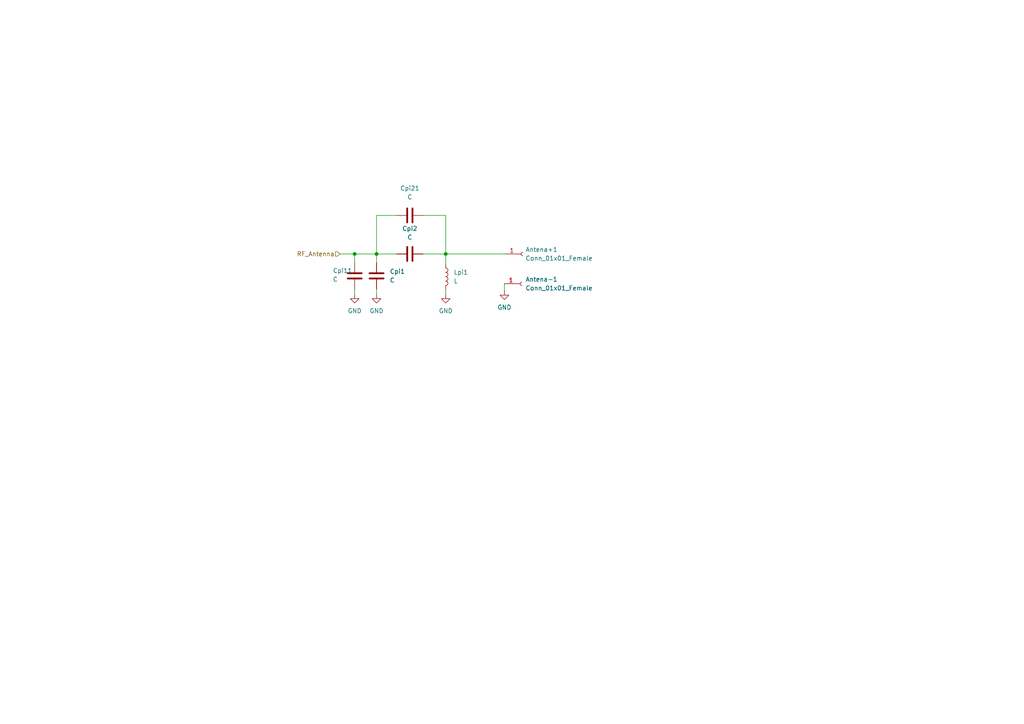
<source format=kicad_sch>
(kicad_sch (version 20211123) (generator eeschema)
  (paper "A4")
  (lib_symbols
    (symbol "Connector:Conn_01x01_Female" (pin_names (offset 1.016) hide)
      (property "Reference" "J" (at 0 2.54 0))
      (property "Value" "Conn_01x01_Female" (at 0 -2.54 0))
      (symbol "Conn_01x01_Female_1_1"
        (polyline (pts (xy -1.27 0) (xy -0.508 0)) (stroke (width 0.1524)))
        (arc (start 0 0.508) (mid -0.508 0) (end 0 -0.508) (stroke (width 0.1524)))
        (pin passive line (at -5.08 0 0) (length 3.81) (name "Pin_1") (number "1"))
      )
    )
    (symbol "Device:C" (pin_numbers hide) (pin_names (offset 0.254))
      (property "Reference" "C" (at 0.635 2.54 0))
      (property "Value" "C" (at 0.635 -2.54 0))
      (symbol "C_0_1"
        (polyline (pts (xy -2.032 -0.762) (xy 2.032 -0.762)) (stroke (width 0.508)))
        (polyline (pts (xy -2.032 0.762) (xy 2.032 0.762)) (stroke (width 0.508)))
      )
      (symbol "C_1_1"
        (pin passive line (at 0 3.81 270) (length 2.794) (name "~") (number "1"))
        (pin passive line (at 0 -3.81 90) (length 2.794) (name "~") (number "2"))
      )
    )
    (symbol "Device:L" (pin_numbers hide) (pin_names (offset 1.016) hide)
      (property "Reference" "L" (at -1.27 0 90))
      (property "Value" "L" (at 1.905 0 90))
      (symbol "L_0_1"
        (arc (start 0 -2.54) (mid 0.635 -1.905) (end 0 -1.27))
        (arc (start 0 -1.27) (mid 0.635 -0.635) (end 0 0))
        (arc (start 0 0) (mid 0.635 0.635) (end 0 1.27))
        (arc (start 0 1.27) (mid 0.635 1.905) (end 0 2.54))
      )
      (symbol "L_1_1"
        (pin passive line (at 0 3.81 270) (length 1.27) (name "1") (number "1"))
        (pin passive line (at 0 -3.81 90) (length 1.27) (name "2") (number "2"))
      )
    )
    (symbol "power:GND" (power) (pin_names (offset 0))
      (property "Value" "GND" (at 0 -3.81 0))
      (symbol "GND_0_1"
        (polyline (pts (xy 0 0) (xy 0 -1.27) (xy 1.27 -1.27) (xy 0 -2.54) (xy -1.27 -1.27) (xy 0 -1.27)))
      )
      (symbol "GND_1_1"
        (pin power_in line (at 0 0 270) (length 0) hide (name "GND") (number "1"))
      )
    )
  )
  (junction (at 129.286 73.66))
  (junction (at 102.87 73.66))
  (junction (at 109.22 73.66))
  (wire (pts (xy 146.304 82.296) (xy 146.304 84.328)))
  (wire (pts (xy 102.87 83.82) (xy 102.87 85.344)))
  (wire (pts (xy 109.22 73.66) (xy 109.22 76.2)))
  (wire (pts (xy 109.22 73.66) (xy 115.062 73.66)))
  (wire (pts (xy 122.682 73.66) (xy 129.286 73.66)))
  (wire (pts (xy 129.286 73.66) (xy 129.286 76.454)))
  (wire (pts (xy 102.87 73.66) (xy 102.87 76.2)))
  (wire (pts (xy 102.87 73.66) (xy 109.22 73.66)))
  (wire (pts (xy 98.552 73.66) (xy 102.87 73.66)))
  (wire (pts (xy 129.286 62.484) (xy 129.286 73.66)))
  (wire (pts (xy 109.22 73.66) (xy 109.22 62.484)))
  (wire (pts (xy 109.22 62.484) (xy 115.062 62.484)))
  (wire (pts (xy 109.22 83.82) (xy 109.22 85.344)))
  (wire (pts (xy 129.286 84.074) (xy 129.286 85.344)))
  (wire (pts (xy 129.286 73.66) (xy 146.558 73.66)))
  (wire (pts (xy 122.682 62.484) (xy 129.286 62.484)))
  (hierarchical_label "RF_Antenna" (shape input) (at 98.552 73.66 180))
  (symbol (lib_id "Connector:Conn_01x01_Female") (at 151.384 82.296 0) (unit 1)
    (property "Reference" "Antena-1" (at 152.4 81.0259 0) (effects (justify left)))
    (property "Value" "Conn_01x01_Female" (at 152.4 83.5659 0) (effects (justify left)))
    (property "Footprint" "Connector_Pin:Pin_D1.4mm_L8.5mm_W2.8mm_FlatFork" (effects hide))
  )
  (symbol (lib_id "power:GND") (at 102.87 85.344 0) (unit 1)
    (property "Reference" "#PWR?" (effects hide))
    (property "Value" "GND" (at 102.87 90.17 0))
  )
  (symbol (lib_id "power:GND") (at 109.22 85.344 0) (unit 1)
    (property "Reference" "#PWR0111" (effects hide))
    (property "Value" "GND" (at 109.22 90.17 0))
  )
  (symbol (lib_id "power:GND") (at 129.286 85.344 0) (unit 1)
    (property "Reference" "#PWR0112" (effects hide))
    (property "Value" "GND" (at 129.286 90.17 0))
  )
  (symbol (lib_id "Device:L") (at 129.286 80.264 0) (unit 1)
    (property "Reference" "Lpi1" (at 131.572 78.9939 0) (effects (justify left)))
    (property "Value" "L" (at 131.572 81.5339 0) (effects (justify left)))
    (property "Footprint" "Inductor_THT:L_Toroid_Vertical_L21.6mm_W9.1mm_P8.40mm_Bourns_5700" (effects hide))
  )
  (symbol (lib_id "Connector:Conn_01x01_Female") (at 151.638 73.66 0) (unit 1)
    (property "Reference" "Antena+1" (at 152.4 72.3899 0) (effects (justify left)))
    (property "Value" "Conn_01x01_Female" (at 152.4 74.9299 0) (effects (justify left)))
    (property "Footprint" "Connector_Pin:Pin_D1.4mm_L8.5mm_W2.8mm_FlatFork" (effects hide))
  )
  (symbol (lib_id "Device:C") (at 118.872 73.66 90) (unit 1)
    (property "Reference" "Cpi2" (at 118.872 66.294 90))
    (property "Value" "C" (at 118.872 68.834 90))
    (property "Footprint" "Capacitor_SMD:C_0805_2012Metric_Pad1.18x1.45mm_HandSolder" (effects hide))
  )
  (symbol (lib_id "Device:C") (at 102.87 80.01 180) (unit 1)
    (property "Reference" "Cpi11" (at 96.52 78.486 0) (effects (justify right)))
    (property "Value" "C" (at 96.52 81.026 0) (effects (justify right)))
    (property "Footprint" "Capacitor_SMD:C_0805_2012Metric_Pad1.18x1.45mm_HandSolder" (effects hide))
  )
  (symbol (lib_id "Device:C") (at 109.22 80.01 0) (unit 1)
    (property "Reference" "Cpi1" (at 113.03 78.7399 0) (effects (justify left)))
    (property "Value" "C" (at 113.03 81.2799 0) (effects (justify left)))
    (property "Footprint" "Capacitor_SMD:C_0805_2012Metric_Pad1.18x1.45mm_HandSolder" (effects hide))
  )
  (symbol (lib_id "power:GND") (at 146.304 84.328 0) (unit 1)
    (property "Reference" "#PWR0113" (effects hide))
    (property "Value" "GND" (at 146.304 89.154 0))
  )
  (symbol (lib_id "Device:C") (at 118.872 62.484 90) (unit 1)
    (property "Reference" "Cpi21" (at 118.872 54.61 90))
    (property "Value" "C" (at 118.872 57.15 90))
    (property "Footprint" "Capacitor_SMD:C_0805_2012Metric_Pad1.18x1.45mm_HandSolder" (effects hide))
  )
)
</source>
